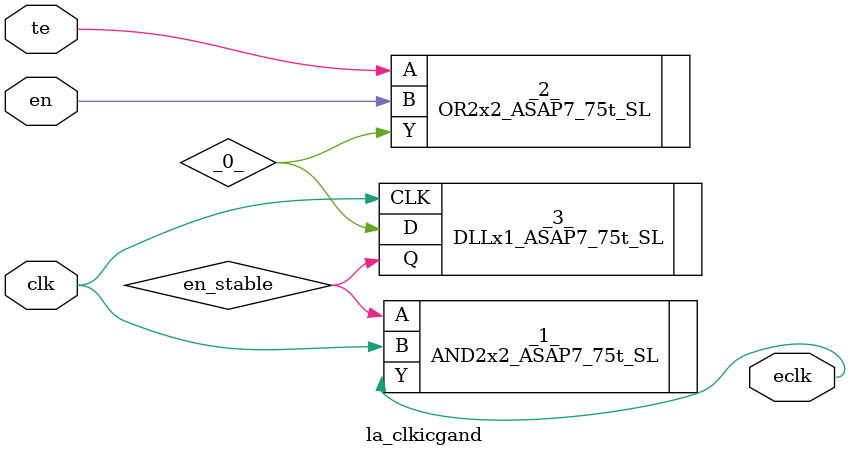
<source format=v>

/* Generated by Yosys 0.40 (git sha1 a1bb0255d, g++ 11.4.0-1ubuntu1~22.04 -fPIC -Os) */

module la_clkicgand(clk, te, en, eclk);
  wire _0_;
  input clk;
  wire clk;
  output eclk;
  wire eclk;
  input en;
  wire en;
  wire en_stable;
  input te;
  wire te;
  AND2x2_ASAP7_75t_SL _1_ (
    .A(en_stable),
    .B(clk),
    .Y(eclk)
  );
  OR2x2_ASAP7_75t_SL _2_ (
    .A(te),
    .B(en),
    .Y(_0_)
  );
  DLLx1_ASAP7_75t_SL _3_ (
    .CLK(clk),
    .D(_0_),
    .Q(en_stable)
  );
endmodule

</source>
